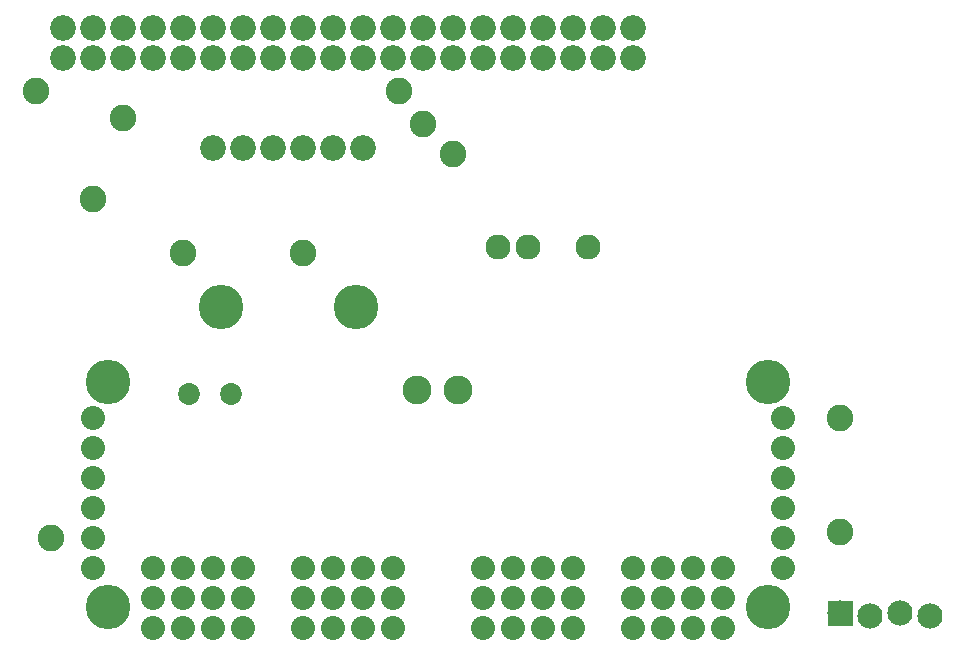
<source format=gbs>
G04 MADE WITH FRITZING*
G04 WWW.FRITZING.ORG*
G04 DOUBLE SIDED*
G04 HOLES PLATED*
G04 CONTOUR ON CENTER OF CONTOUR VECTOR*
%ASAXBY*%
%FSLAX23Y23*%
%MOIN*%
%OFA0B0*%
%SFA1.0B1.0*%
%ADD10C,0.083749*%
%ADD11C,0.088740*%
%ADD12C,0.084000*%
%ADD13C,0.085361*%
%ADD14C,0.073000*%
%ADD15C,0.096000*%
%ADD16C,0.080000*%
%ADD17C,0.148425*%
%ADD18C,0.086000*%
%ADD19R,0.001000X0.001000*%
%LNMASK0*%
G90*
G70*
G54D10*
X1794Y1426D03*
X1894Y1426D03*
X2094Y1426D03*
G54D11*
X304Y456D03*
X544Y1856D03*
X444Y1586D03*
X744Y1406D03*
X1144Y1406D03*
X254Y1946D03*
X1464Y1946D03*
X1544Y1836D03*
X1644Y1736D03*
G54D12*
X2934Y206D03*
X3034Y196D03*
X3134Y206D03*
X3234Y196D03*
G54D11*
X2934Y856D03*
X2934Y476D03*
G54D13*
X344Y2056D03*
X444Y2056D03*
X544Y2056D03*
X644Y2056D03*
X744Y2056D03*
X844Y2056D03*
X944Y2056D03*
X1044Y2056D03*
X1144Y2056D03*
X1244Y2056D03*
X1344Y2056D03*
X1444Y2056D03*
X1544Y2056D03*
X1644Y2056D03*
X1744Y2056D03*
X1844Y2056D03*
X1944Y2056D03*
X2044Y2056D03*
X2144Y2056D03*
X2244Y2056D03*
X2244Y2156D03*
X2144Y2156D03*
X2044Y2156D03*
X1944Y2156D03*
X1844Y2156D03*
X1744Y2156D03*
X1644Y2156D03*
X1544Y2156D03*
X1444Y2156D03*
X1344Y2156D03*
X1244Y2156D03*
X1144Y2156D03*
X1044Y2156D03*
X944Y2156D03*
X844Y2156D03*
X744Y2156D03*
X644Y2156D03*
X544Y2156D03*
X444Y2156D03*
X344Y2156D03*
G54D14*
X904Y936D03*
X764Y936D03*
G54D15*
X1524Y951D03*
X1661Y951D03*
G54D16*
X1444Y356D03*
G54D17*
X494Y976D03*
G54D16*
X1444Y256D03*
X1444Y156D03*
X1344Y356D03*
X1344Y256D03*
X1344Y156D03*
X1244Y356D03*
X1244Y256D03*
X1244Y156D03*
X1144Y356D03*
X1144Y256D03*
X1144Y156D03*
X944Y356D03*
X944Y256D03*
X944Y156D03*
X844Y356D03*
X844Y256D03*
X844Y156D03*
X744Y356D03*
X744Y256D03*
X744Y156D03*
X644Y356D03*
X644Y256D03*
X644Y156D03*
X444Y356D03*
X444Y456D03*
X444Y556D03*
G54D17*
X2694Y976D03*
G54D16*
X444Y656D03*
X444Y756D03*
X444Y856D03*
X2744Y356D03*
X2744Y456D03*
X2744Y556D03*
X2744Y656D03*
X2744Y756D03*
X2744Y856D03*
X2544Y356D03*
X2544Y256D03*
X2544Y156D03*
X2444Y356D03*
X2444Y256D03*
X2444Y156D03*
X2344Y356D03*
X2344Y256D03*
X2344Y156D03*
X2244Y356D03*
X2244Y256D03*
X2244Y156D03*
X2044Y356D03*
X2044Y256D03*
X2044Y156D03*
X1944Y356D03*
X1944Y256D03*
X1944Y156D03*
X1844Y356D03*
X1844Y256D03*
X1844Y156D03*
X1744Y356D03*
X1744Y256D03*
X1744Y156D03*
G54D17*
X494Y226D03*
X2694Y226D03*
G54D18*
X844Y1756D03*
X944Y1756D03*
X1044Y1756D03*
X1144Y1756D03*
X1244Y1756D03*
X1344Y1756D03*
G54D17*
X1319Y1226D03*
X869Y1226D03*
G54D19*
X2893Y248D02*
X2975Y248D01*
X2892Y247D02*
X2975Y247D01*
X2892Y246D02*
X2975Y246D01*
X2892Y245D02*
X2975Y245D01*
X2892Y244D02*
X2975Y244D01*
X2892Y243D02*
X2975Y243D01*
X2892Y242D02*
X2975Y242D01*
X2892Y241D02*
X2975Y241D01*
X2892Y240D02*
X2975Y240D01*
X2892Y239D02*
X2975Y239D01*
X2892Y238D02*
X2975Y238D01*
X2892Y237D02*
X2975Y237D01*
X2892Y236D02*
X2975Y236D01*
X2892Y235D02*
X2975Y235D01*
X2892Y234D02*
X2975Y234D01*
X2892Y233D02*
X2975Y233D01*
X2892Y232D02*
X2975Y232D01*
X2892Y231D02*
X2975Y231D01*
X2892Y230D02*
X2975Y230D01*
X2892Y229D02*
X2975Y229D01*
X2892Y228D02*
X2975Y228D01*
X2892Y227D02*
X2975Y227D01*
X2892Y226D02*
X2975Y226D01*
X2892Y225D02*
X2975Y225D01*
X2892Y224D02*
X2975Y224D01*
X2892Y223D02*
X2975Y223D01*
X2892Y222D02*
X2975Y222D01*
X2892Y221D02*
X2975Y221D01*
X2892Y220D02*
X2928Y220D01*
X2940Y220D02*
X2975Y220D01*
X2892Y219D02*
X2926Y219D01*
X2942Y219D02*
X2975Y219D01*
X2892Y218D02*
X2924Y218D01*
X2943Y218D02*
X2975Y218D01*
X2892Y217D02*
X2923Y217D01*
X2944Y217D02*
X2975Y217D01*
X2892Y216D02*
X2922Y216D01*
X2945Y216D02*
X2975Y216D01*
X2892Y215D02*
X2921Y215D01*
X2946Y215D02*
X2975Y215D01*
X2892Y214D02*
X2920Y214D01*
X2947Y214D02*
X2975Y214D01*
X2892Y213D02*
X2920Y213D01*
X2947Y213D02*
X2975Y213D01*
X2892Y212D02*
X2919Y212D01*
X2948Y212D02*
X2975Y212D01*
X2892Y211D02*
X2919Y211D01*
X2948Y211D02*
X2975Y211D01*
X2892Y210D02*
X2919Y210D01*
X2949Y210D02*
X2975Y210D01*
X2892Y209D02*
X2918Y209D01*
X2949Y209D02*
X2975Y209D01*
X2892Y208D02*
X2918Y208D01*
X2949Y208D02*
X2975Y208D01*
X2892Y207D02*
X2918Y207D01*
X2949Y207D02*
X2975Y207D01*
X2892Y206D02*
X2918Y206D01*
X2949Y206D02*
X2975Y206D01*
X2892Y205D02*
X2918Y205D01*
X2949Y205D02*
X2975Y205D01*
X2892Y204D02*
X2918Y204D01*
X2949Y204D02*
X2975Y204D01*
X2892Y203D02*
X2918Y203D01*
X2949Y203D02*
X2975Y203D01*
X2892Y202D02*
X2919Y202D01*
X2949Y202D02*
X2975Y202D01*
X2892Y201D02*
X2919Y201D01*
X2948Y201D02*
X2975Y201D01*
X2892Y200D02*
X2919Y200D01*
X2948Y200D02*
X2975Y200D01*
X2892Y199D02*
X2920Y199D01*
X2947Y199D02*
X2975Y199D01*
X2892Y198D02*
X2920Y198D01*
X2947Y198D02*
X2975Y198D01*
X2892Y197D02*
X2921Y197D01*
X2946Y197D02*
X2975Y197D01*
X2892Y196D02*
X2922Y196D01*
X2945Y196D02*
X2975Y196D01*
X2892Y195D02*
X2923Y195D01*
X2944Y195D02*
X2975Y195D01*
X2892Y194D02*
X2924Y194D01*
X2943Y194D02*
X2975Y194D01*
X2892Y193D02*
X2926Y193D01*
X2942Y193D02*
X2975Y193D01*
X2892Y192D02*
X2928Y192D01*
X2940Y192D02*
X2975Y192D01*
X2892Y191D02*
X2975Y191D01*
X2892Y190D02*
X2975Y190D01*
X2892Y189D02*
X2975Y189D01*
X2892Y188D02*
X2975Y188D01*
X2892Y187D02*
X2975Y187D01*
X2892Y186D02*
X2975Y186D01*
X2892Y185D02*
X2975Y185D01*
X2892Y184D02*
X2975Y184D01*
X2892Y183D02*
X2975Y183D01*
X2892Y182D02*
X2975Y182D01*
X2892Y181D02*
X2975Y181D01*
X2892Y180D02*
X2975Y180D01*
X2892Y179D02*
X2975Y179D01*
X2892Y178D02*
X2975Y178D01*
X2892Y177D02*
X2975Y177D01*
X2892Y176D02*
X2975Y176D01*
X2892Y175D02*
X2975Y175D01*
X2892Y174D02*
X2975Y174D01*
X2892Y173D02*
X2975Y173D01*
X2892Y172D02*
X2975Y172D01*
X2892Y171D02*
X2975Y171D01*
X2892Y170D02*
X2975Y170D01*
X2892Y169D02*
X2975Y169D01*
X2892Y168D02*
X2975Y168D01*
X2892Y167D02*
X2975Y167D01*
X2892Y166D02*
X2975Y166D01*
X2892Y165D02*
X2975Y165D01*
D02*
G04 End of Mask0*
M02*
</source>
